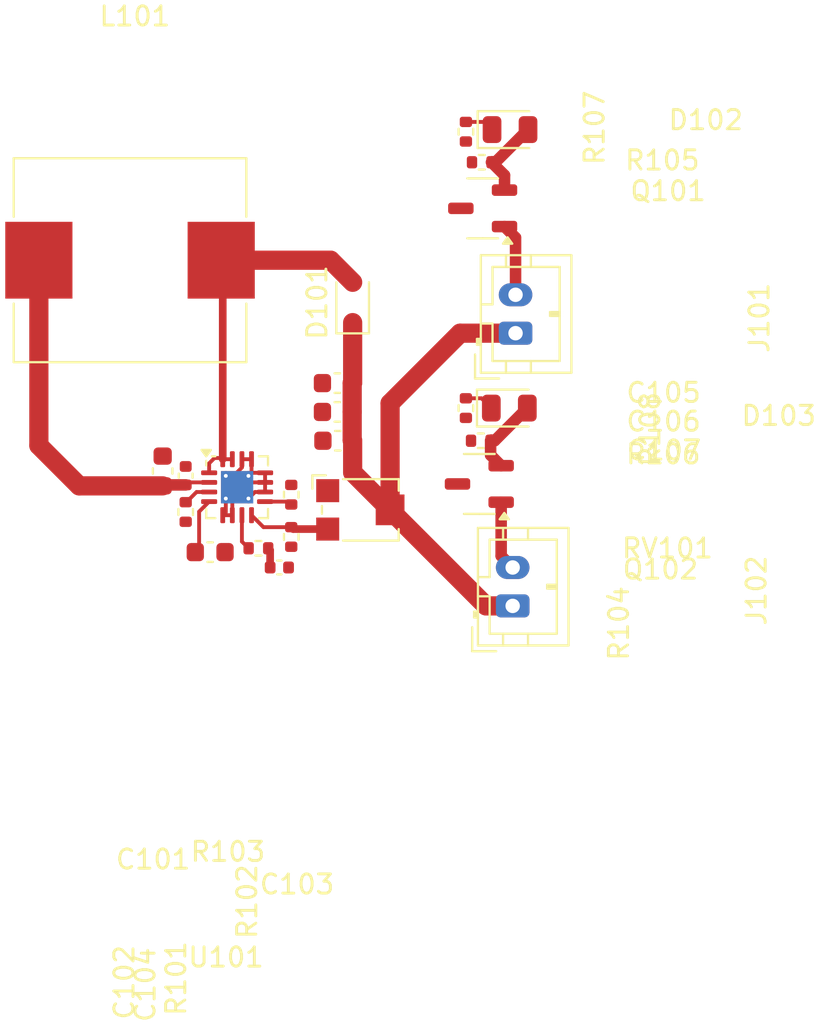
<source format=kicad_pcb>
(kicad_pcb (version 20240108) (generator "pcbnew") (generator_version "8.0")
  (layers (0 "F.Cu" signal) (31 "B.Cu" signal) (34 "B.Paste" user) (35 "F.Paste" user) (36 "B.SilkS" user "B.Silkscreen") (37 "F.SilkS" user "F.Silkscreen") (38 "B.Mask" user) (39 "F.Mask" user) (44 "Edge.Cuts" user))
  (net 0 "")
  (net 1 "GND")
  (net 2 "Net-(U101-SS)")
  (net 3 "/RCS_VIN")
  (net 4 "Net-(C103-Pad1)")
  (net 5 "Net-(D101-K)")
  (net 6 "Net-(D101-A)")
  (net 7 "Net-(D102-K)")
  (net 8 "/valve1")
  (net 9 "Net-(D103-K)")
  (net 10 "/valve2")
  (net 11 "Net-(J101-Pin_2)")
  (net 12 "Net-(J102-Pin_2)")
  (net 13 "/RCS_EN")
  (net 14 "Net-(U101-FREQ)")
  (net 15 "Net-(U101-COMP)")
  (net 16 "Net-(U101-FB)")
  (footprint "Package_DFN_QFN:WQFN-16-1EP_3x3mm_P0.5mm_EP1.68x1.68mm_ThermalVias" (layer "F.Cu") (at 178.98 93.82)
    (property "Reference" "U101" (at -0.58 24.48 0) (layer "F.SilkS"))
    (property "Value" "~")
    (fp_line (start -1.61 -1.135) (end -1.61 -1.37) (stroke (width 0.12)) (layer "F.SilkS"))
    (fp_line (start -1.61 1.61) (end -1.61 1.135) (stroke (width 0.12)) (layer "F.SilkS"))
    (fp_line (start -1.135 -1.61) (end -1.31 -1.61) (stroke (width 0.12)) (layer "F.SilkS"))
    (fp_line (start -1.135 1.61) (end -1.61 1.61) (stroke (width 0.12)) (layer "F.SilkS"))
    (fp_line (start 1.135 -1.61) (end 1.61 -1.61) (stroke (width 0.12)) (layer "F.SilkS"))
    (fp_line (start 1.135 1.61) (end 1.61 1.61) (stroke (width 0.12)) (layer "F.SilkS"))
    (fp_line (start 1.61 -1.61) (end 1.61 -1.135) (stroke (width 0.12)) (layer "F.SilkS"))
    (fp_line (start 1.61 1.61) (end 1.61 1.135) (stroke (width 0.12)) (layer "F.SilkS"))
    (fp_poly (pts (xy -1.61 -1.61) (xy -1.85 -1.94) (xy -1.37 -1.94) (xy -1.61 -1.61)) (stroke (width 0.12)) (fill solid) (layer "F.SilkS"))
    (pad "1" smd roundrect (at -1.4575 -0.75) (size 0.835 0.25) (layers "F.Cu" "F.Paste" "F.Mask") (net 6 "Net-(D101-A)"))
    (pad "2" smd roundrect (at -1.4575 -0.25) (size 0.835 0.25) (layers "F.Cu" "F.Paste" "F.Mask") (net 3 "/RCS_VIN"))
    (pad "3" smd roundrect (at -1.4575 0.25) (size 0.835 0.25) (layers "F.Cu" "F.Paste" "F.Mask") (net 13 "/RCS_EN"))
    (pad "4" smd roundrect (at -1.4575 0.75) (size 0.835 0.25) (layers "F.Cu" "F.Paste" "F.Mask") (net 2 "Net-(U101-SS)"))
    (pad "5" smd roundrect (at -0.75 1.4575) (size 0.25 0.835) (layers "F.Cu" "F.Paste" "F.Mask") (net 1 "GND"))
    (pad "6" smd roundrect (at -0.25 1.4575) (size 0.25 0.835) (layers "F.Cu" "F.Paste" "F.Mask") (net 1 "GND"))
    (pad "7" smd roundrect (at 0.25 1.4575) (size 0.25 0.835) (layers "F.Cu" "F.Paste" "F.Mask") (net 15 "Net-(U101-COMP)"))
    (pad "8" smd roundrect (at 0.75 1.4575) (size 0.25 0.835) (layers "F.Cu" "F.Paste" "F.Mask") (net 16 "Net-(U101-FB)"))
    (pad "9" smd roundrect (at 1.4575 0.75) (size 0.835 0.25) (layers "F.Cu" "F.Paste" "F.Mask") (net 14 "Net-(U101-FREQ)"))
    (pad "10" smd roundrect (at 1.4575 0.25) (size 0.835 0.25) (layers "F.Cu" "F.Paste" "F.Mask") (net 1 "GND"))
    (pad "11" smd roundrect (at 1.4575 -0.25) (size 0.835 0.25) (layers "F.Cu" "F.Paste" "F.Mask") (net 1 "GND"))
    (pad "12" smd roundrect (at 1.4575 -0.75) (size 0.835 0.25) (layers "F.Cu" "F.Paste" "F.Mask") (net 1 "GND"))
    (pad "13" smd roundrect (at 0.75 -1.4575) (size 0.25 0.835) (layers "F.Cu" "F.Paste" "F.Mask") (net 1 "GND"))
    (pad "14" smd roundrect (at 0.25 -1.4575) (size 0.25 0.835) (layers "F.Cu" "F.Paste" "F.Mask") (net 1 "GND"))
    (pad "15" smd roundrect (at -0.25 -1.4575) (size 0.25 0.835) (layers "F.Cu" "F.Paste" "F.Mask") (net 6 "Net-(D101-A)"))
    (pad "16" smd roundrect (at -0.75 -1.4575) (size 0.25 0.835) (layers "F.Cu" "F.Paste" "F.Mask") (net 6 "Net-(D101-A)"))
    (pad "17" thru_hole circle (at -0.59 -0.59) (size 0.5 0.5) (drill 0.2) (property pad_prop_heatsink) (layers "*.Cu") (net 1 "GND"))
    (pad "17" thru_hole circle (at -0.59 0.59) (size 0.5 0.5) (drill 0.2) (property pad_prop_heatsink) (layers "*.Cu") (net 1 "GND"))
    (pad "17" smd rect (at 0 0) (size 1.68 1.68) (property pad_prop_heatsink) (layers "F.Cu" "F.Mask") (net 1 "GND"))
    (pad "17" smd rect (at 0 0) (size 1.68 1.68) (property pad_prop_heatsink) (layers "B.Cu") (net 1 "GND"))
    (pad "17" thru_hole circle (at 0.59 -0.59) (size 0.5 0.5) (drill 0.2) (property pad_prop_heatsink) (layers "*.Cu") (net 1 "GND"))
    (pad "17" thru_hole circle (at 0.59 0.59) (size 0.5 0.5) (drill 0.2) (property pad_prop_heatsink) (layers "*.Cu") (net 1 "GND"))
  )
  (footprint "Capacitor_SMD:C_0603_1608Metric" (layer "F.Cu") (at 175.1 92.975 90)
    (property "Reference" "C102" (at -26.625 -2 90) (layer "F.SilkS"))
    (property "Value" "10uF")
    (fp_line (start -0.14058 -0.51) (end 0.14058 -0.51) (stroke (width 0.12)) (layer "F.SilkS"))
    (fp_line (start -0.14058 0.51) (end 0.14058 0.51) (stroke (width 0.12)) (layer "F.SilkS"))
    (pad "1" smd roundrect (at -0.775 0 90) (size 0.9 0.95) (layers "F.Cu" "F.Paste" "F.Mask") (net 3 "/RCS_VIN"))
    (pad "2" smd roundrect (at 0.775 0 90) (size 0.9 0.95) (layers "F.Cu" "F.Paste" "F.Mask") (net 1 "GND"))
  )
  (footprint "Resistor_SMD:R_0402_1005Metric" (layer "F.Cu") (at 191.6775 91.4 180)
    (property "Reference" "R106" (at -9.51 -0.7 0) (layer "F.SilkS"))
    (property "Value" "100k")
    (fp_line (start -0.153641 0.38) (end 0.153641 0.38) (stroke (width 0.12)) (layer "F.SilkS"))
    (fp_line (start -0.153641 -0.38) (end 0.153641 -0.38) (stroke (width 0.12)) (layer "F.SilkS"))
    (pad "1" smd roundrect (at -0.51 0 180) (size 0.54 0.64) (layers "F.Cu" "F.Paste" "F.Mask") (net 10 "/valve2"))
    (pad "2" smd roundrect (at 0.51 0 180) (size 0.54 0.64) (layers "F.Cu" "F.Paste" "F.Mask") (net 1 "GND"))
  )
  (footprint "Inductor_SMD:L_Chilisin_BMRF00101040" (layer "F.Cu") (at 173.4 82)
    (property "Reference" "L101" (at 0.25 -12.7 0) (layer "F.SilkS"))
    (property "Value" "10uH")
    (fp_line (start -6.06 -5.31) (end -6.06 -2.26) (stroke (width 0.12)) (layer "F.SilkS"))
    (fp_line (start -6.06 -5.31) (end 6.06 -5.31) (stroke (width 0.12)) (layer "F.SilkS"))
    (fp_line (start -6.06 5.31) (end -6.06 2.26) (stroke (width 0.12)) (layer "F.SilkS"))
    (fp_line (start -6.06 5.31) (end 6.06 5.31) (stroke (width 0.12)) (layer "F.SilkS"))
    (fp_line (start 6.06 -5.31) (end 6.06 -2.26) (stroke (width 0.12)) (layer "F.SilkS"))
    (fp_line (start 6.06 5.31) (end 6.06 2.26) (stroke (width 0.12)) (layer "F.SilkS"))
    (pad "1" smd rect (at -4.75 0) (size 3.5 4) (layers "F.Cu" "F.Paste" "F.Mask") (net 3 "/RCS_VIN"))
    (pad "2" smd rect (at 4.75 0) (size 3.5 4) (layers "F.Cu" "F.Paste" "F.Mask") (net 6 "Net-(D101-A)"))
  )
  (footprint "Package_TO_SOT_SMD:SOT-23-3" (layer "F.Cu") (at 191.6 93.65 180)
    (property "Reference" "Q102" (at -9.4375 -4.45 0) (layer "F.SilkS"))
    (property "Value" "NMOS")
    (fp_line (start 0 1.56) (end 0.8 1.56) (stroke (width 0.12)) (layer "F.SilkS"))
    (fp_line (start 0 1.56) (end -0.8 1.56) (stroke (width 0.12)) (layer "F.SilkS"))
    (fp_line (start 0 -1.56) (end 0.8 -1.56) (stroke (width 0.12)) (layer "F.SilkS"))
    (fp_line (start 0 -1.56) (end -0.8 -1.56) (stroke (width 0.12)) (layer "F.SilkS"))
    (fp_poly (pts (xy -1.3 -1.51) (xy -1.54 -1.84) (xy -1.06 -1.84) (xy -1.3 -1.51)) (stroke (width 0.12)) (fill solid) (layer "F.SilkS"))
    (pad "1" smd roundrect (at -1.1375 -0.95 180) (size 1.325 0.6) (layers "F.Cu" "F.Paste" "F.Mask") (net 12 "Net-(J102-Pin_2)"))
    (pad "2" smd roundrect (at -1.1375 0.95 180) (size 1.325 0.6) (layers "F.Cu" "F.Paste" "F.Mask") (net 10 "/valve2"))
    (pad "3" smd roundrect (at 1.1375 0 180) (size 1.325 0.6) (layers "F.Cu" "F.Paste" "F.Mask") (net 1 "GND"))
  )
  (footprint "Resistor_SMD:R_0402_1005Metric" (layer "F.Cu") (at 176.3 95.11 -90)
    (property "Reference" "R101" (at 24.29 0.5 90) (layer "F.SilkS"))
    (property "Value" "100k")
    (fp_line (start -0.153641 0.38) (end 0.153641 0.38) (stroke (width 0.12)) (layer "F.SilkS"))
    (fp_line (start -0.153641 -0.38) (end 0.153641 -0.38) (stroke (width 0.12)) (layer "F.SilkS"))
    (pad "1" smd roundrect (at -0.51 0 270) (size 0.54 0.64) (layers "F.Cu" "F.Paste" "F.Mask") (net 13 "/RCS_EN"))
    (pad "2" smd roundrect (at 0.51 0 270) (size 0.54 0.64) (layers "F.Cu" "F.Paste" "F.Mask") (net 1 "GND"))
  )
  (footprint "Resistor_SMD:R_0402_1005Metric" (layer "F.Cu") (at 190.9 89.7 -90)
    (property "Reference" "R108" (at 1.1 -9.6 90) (layer "F.SilkS"))
    (property "Value" "1k")
    (fp_line (start -0.153641 0.38) (end 0.153641 0.38) (stroke (width 0.12)) (layer "F.SilkS"))
    (fp_line (start -0.153641 -0.38) (end 0.153641 -0.38) (stroke (width 0.12)) (layer "F.SilkS"))
    (pad "1" smd roundrect (at -0.51 0 270) (size 0.54 0.64) (layers "F.Cu" "F.Paste" "F.Mask") (net 9 "Net-(D103-K)"))
    (pad "2" smd roundrect (at 0.51 0 270) (size 0.54 0.64) (layers "F.Cu" "F.Paste" "F.Mask") (net 1 "GND"))
  )
  (footprint "Diode_SMD:D_0805_2012Metric" (layer "F.Cu") (at 193.2 75.2)
    (property "Reference" "D102" (at 10.2 -0.5 0) (layer "F.SilkS"))
    (property "Value" "Valve")
    (fp_line (start -1.685 -0.96) (end -1.685 0.96) (stroke (width 0.12)) (layer "F.SilkS"))
    (fp_line (start -1.685 0.96) (end 1 0.96) (stroke (width 0.12)) (layer "F.SilkS"))
    (fp_line (start 1 -0.96) (end -1.685 -0.96) (stroke (width 0.12)) (layer "F.SilkS"))
    (pad "1" smd roundrect (at -0.9375 0) (size 0.975 1.4) (layers "F.Cu" "F.Paste" "F.Mask") (net 7 "Net-(D102-K)"))
    (pad "2" smd roundrect (at 0.9375 0) (size 0.975 1.4) (layers "F.Cu" "F.Paste" "F.Mask") (net 8 "/valve1"))
  )
  (footprint "Diode_SMD:D_SOD-323" (layer "F.Cu") (at 185 84.2 90)
    (property "Reference" "D101" (at 0 -1.85 90) (layer "F.SilkS"))
    (property "Value" "D")
    (fp_line (start -1.61 -0.85) (end 1.05 -0.85) (stroke (width 0.12)) (layer "F.SilkS"))
    (fp_line (start -1.61 -0.85) (end -1.61 0.85) (stroke (width 0.12)) (layer "F.SilkS"))
    (fp_line (start -1.61 0.85) (end 1.05 0.85) (stroke (width 0.12)) (layer "F.SilkS"))
    (pad "1" smd roundrect (at -1.05 0 90) (size 0.6 0.45) (layers "F.Cu" "F.Paste" "F.Mask") (net 5 "Net-(D101-K)"))
    (pad "2" smd roundrect (at 1.05 0 90) (size 0.6 0.45) (layers "F.Cu" "F.Paste" "F.Mask") (net 6 "Net-(D101-A)"))
  )
  (footprint "Package_TO_SOT_SMD:SOT-23-3" (layer "F.Cu") (at 191.775 79.3 180)
    (property "Reference" "Q101" (at -9.6625 0.9 0) (layer "F.SilkS"))
    (property "Value" "NMOS")
    (fp_line (start 0 1.56) (end 0.8 1.56) (stroke (width 0.12)) (layer "F.SilkS"))
    (fp_line (start 0 1.56) (end -0.8 1.56) (stroke (width 0.12)) (layer "F.SilkS"))
    (fp_line (start 0 -1.56) (end 0.8 -1.56) (stroke (width 0.12)) (layer "F.SilkS"))
    (fp_line (start 0 -1.56) (end -0.8 -1.56) (stroke (width 0.12)) (layer "F.SilkS"))
    (fp_poly (pts (xy -1.3 -1.51) (xy -1.54 -1.84) (xy -1.06 -1.84) (xy -1.3 -1.51)) (stroke (width 0.12)) (fill solid) (layer "F.SilkS"))
    (pad "1" smd roundrect (at -1.1375 -0.95 180) (size 1.325 0.6) (layers "F.Cu" "F.Paste" "F.Mask") (net 11 "Net-(J101-Pin_2)"))
    (pad "2" smd roundrect (at -1.1375 0.95 180) (size 1.325 0.6) (layers "F.Cu" "F.Paste" "F.Mask") (net 8 "/valve1"))
    (pad "3" smd roundrect (at 1.1375 0 180) (size 1.325 0.6) (layers "F.Cu" "F.Paste" "F.Mask") (net 1 "GND"))
  )
  (footprint "Capacitor_SMD:C_0603_1608Metric" (layer "F.Cu") (at 184.2 88.4 180)
    (property "Reference" "C105" (at -17 -0.5 0) (layer "F.SilkS"))
    (property "Value" "4.7uF")
    (fp_line (start -0.14058 0.51) (end 0.14058 0.51) (stroke (width 0.12)) (layer "F.SilkS"))
    (fp_line (start -0.14058 -0.51) (end 0.14058 -0.51) (stroke (width 0.12)) (layer "F.SilkS"))
    (pad "1" smd roundrect (at -0.775 0 180) (size 0.9 0.95) (layers "F.Cu" "F.Paste" "F.Mask") (net 5 "Net-(D101-K)"))
    (pad "2" smd roundrect (at 0.775 0 180) (size 0.9 0.95) (layers "F.Cu" "F.Paste" "F.Mask") (net 1 "GND"))
  )
  (footprint "Capacitor_SMD:C_0603_1608Metric" (layer "F.Cu") (at 177.575 97.2)
    (property "Reference" "C101" (at -2.975 16 0) (layer "F.SilkS"))
    (property "Value" "47nF")
    (fp_line (start -0.14058 -0.51) (end 0.14058 -0.51) (stroke (width 0.12)) (layer "F.SilkS"))
    (fp_line (start -0.14058 0.51) (end 0.14058 0.51) (stroke (width 0.12)) (layer "F.SilkS"))
    (pad "1" smd roundrect (at -0.775 0) (size 0.9 0.95) (layers "F.Cu" "F.Paste" "F.Mask") (net 2 "Net-(U101-SS)"))
    (pad "2" smd roundrect (at 0.775 0) (size 0.9 0.95) (layers "F.Cu" "F.Paste" "F.Mask") (net 1 "GND"))
  )
  (footprint "Capacitor_SMD:C_0402_1005Metric" (layer "F.Cu") (at 176.3 93.22 90)
    (property "Reference" "C104" (at -26.505 -2.1 90) (layer "F.SilkS"))
    (property "Value" "0.1uF")
    (fp_line (start -0.107836 -0.36) (end 0.107836 -0.36) (stroke (width 0.12)) (layer "F.SilkS"))
    (fp_line (start -0.107836 0.36) (end 0.107836 0.36) (stroke (width 0.12)) (layer "F.SilkS"))
    (pad "1" smd roundrect (at -0.48 0 90) (size 0.56 0.62) (layers "F.Cu" "F.Paste" "F.Mask") (net 3 "/RCS_VIN"))
    (pad "2" smd roundrect (at 0.48 0 90) (size 0.56 0.62) (layers "F.Cu" "F.Paste" "F.Mask") (net 1 "GND"))
  )
  (footprint "Resistor_SMD:R_0402_1005Metric" (layer "F.Cu") (at 181.8 96.41 -90)
    (property "Reference" "R104" (at 4.5 -17.07 90) (layer "F.SilkS"))
    (property "Value" "1k")
    (fp_line (start -0.153641 0.38) (end 0.153641 0.38) (stroke (width 0.12)) (layer "F.SilkS"))
    (fp_line (start -0.153641 -0.38) (end 0.153641 -0.38) (stroke (width 0.12)) (layer "F.SilkS"))
    (pad "1" smd roundrect (at -0.51 0 270) (size 0.54 0.64) (layers "F.Cu" "F.Paste" "F.Mask") (net 16 "Net-(U101-FB)"))
    (pad "2" smd roundrect (at 0.51 0 270) (size 0.54 0.64) (layers "F.Cu" "F.Paste" "F.Mask") (net 1 "GND"))
  )
  (footprint "Potentiometer_SMD:Potentiometer_Bourns_TC33X_Vertical" (layer "F.Cu") (at 185.5 95)
    (property "Reference" "RV101" (at 15.9 2 0) (layer "F.SilkS"))
    (property "Value" "20k")
    (fp_line (start -2.6 -1.8) (end -2.6 -1.1) (stroke (width 0.12)) (layer "F.SilkS"))
    (fp_line (start -2.1 -0.2) (end -2.1 0.2) (stroke (width 0.12)) (layer "F.SilkS"))
    (fp_line (start -1.9 -1.8) (end -2.6 -1.8) (stroke (width 0.12)) (layer "F.SilkS"))
    (fp_line (start -1 -1.6) (end 1.9 -1.6) (stroke (width 0.12)) (layer "F.SilkS"))
    (fp_line (start -1 1.6) (end 1.9 1.6) (stroke (width 0.12)) (layer "F.SilkS"))
    (fp_line (start 1.9 -1.6) (end 1.9 -1) (stroke (width 0.12)) (layer "F.SilkS"))
    (fp_line (start 1.9 1.6) (end 1.9 1) (stroke (width 0.12)) (layer "F.SilkS"))
    (pad "1" smd rect (at -1.8 -1) (size 1.2 1.2) (layers "F.Cu" "F.Paste" "F.Mask"))
    (pad "2" smd rect (at 1.45 0) (size 1.5 1.6) (layers "F.Cu" "F.Paste" "F.Mask") (net 5 "Net-(D101-K)"))
    (pad "3" smd rect (at -1.8 1) (size 1.2 1.2) (layers "F.Cu" "F.Paste" "F.Mask") (net 16 "Net-(U101-FB)"))
  )
  (footprint "Resistor_SMD:R_0402_1005Metric" (layer "F.Cu") (at 180.09 97)
    (property "Reference" "R103" (at -1.59 15.8 0) (layer "F.SilkS"))
    (property "Value" "2.2k")
    (fp_line (start -0.153641 -0.38) (end 0.153641 -0.38) (stroke (width 0.12)) (layer "F.SilkS"))
    (fp_line (start -0.153641 0.38) (end 0.153641 0.38) (stroke (width 0.12)) (layer "F.SilkS"))
    (pad "1" smd roundrect (at -0.51 0) (size 0.54 0.64) (layers "F.Cu" "F.Paste" "F.Mask") (net 15 "Net-(U101-COMP)"))
    (pad "2" smd roundrect (at 0.51 0) (size 0.54 0.64) (layers "F.Cu" "F.Paste" "F.Mask") (net 4 "Net-(C103-Pad1)"))
  )
  (footprint "Resistor_SMD:R_0402_1005Metric" (layer "F.Cu") (at 181.8 94.21 90)
    (property "Reference" "R102" (at -21.19 -2.3 90) (layer "F.SilkS"))
    (property "Value" "100k")
    (fp_line (start -0.153641 -0.38) (end 0.153641 -0.38) (stroke (width 0.12)) (layer "F.SilkS"))
    (fp_line (start -0.153641 0.38) (end 0.153641 0.38) (stroke (width 0.12)) (layer "F.SilkS"))
    (pad "1" smd roundrect (at -0.51 0 90) (size 0.54 0.64) (layers "F.Cu" "F.Paste" "F.Mask") (net 14 "Net-(U101-FREQ)"))
    (pad "2" smd roundrect (at 0.51 0 90) (size 0.54 0.64) (layers "F.Cu" "F.Paste" "F.Mask") (net 1 "GND"))
  )
  (footprint "Connector_JST:JST_PH_B2B-PH-K_1x02_P2.00mm_Vertical" (layer "F.Cu") (at 193.3375 100 90)
    (property "Reference" "J102" (at 0.8 12.7 90) (layer "F.SilkS"))
    (property "Value" "Conn_01x02")
    (fp_line (start -1.11 -2.11) (end -2.36 -2.11) (stroke (width 0.12)) (layer "F.SilkS"))
    (fp_line (start -2.36 -2.11) (end -2.36 -0.86) (stroke (width 0.12)) (layer "F.SilkS"))
    (fp_line (start -0.3 -2.01) (end -0.6 -2.01) (stroke (width 0.12)) (layer "F.SilkS"))
    (fp_line (start -0.6 -2.01) (end -0.6 -1.81) (stroke (width 0.12)) (layer "F.SilkS"))
    (fp_line (start -0.3 -1.91) (end -0.6 -1.91) (stroke (width 0.12)) (layer "F.SilkS"))
    (fp_line (start 4.06 -1.81) (end -2.06 -1.81) (stroke (width 0.12)) (layer "F.SilkS"))
    (fp_line (start 0.5 -1.81) (end 0.5 -1.2) (stroke (width 0.12)) (layer "F.SilkS"))
    (fp_line (start -0.3 -1.81) (end -0.3 -2.01) (stroke (width 0.12)) (layer "F.SilkS"))
    (fp_line (start -2.06 -1.81) (end -2.06 2.91) (stroke (width 0.12)) (layer "F.SilkS"))
    (fp_line (start 3.45 -1.2) (end 1.5 -1.2) (stroke (width 0.12)) (layer "F.SilkS"))
    (fp_line (start 1.5 -1.2) (end 1.5 -1.81) (stroke (width 0.12)) (layer "F.SilkS"))
    (fp_line (start 0.5 -1.2) (end -1.45 -1.2) (stroke (width 0.12)) (layer "F.SilkS"))
    (fp_line (start -1.45 -1.2) (end -1.45 2.3) (stroke (width 0.12)) (layer "F.SilkS"))
    (fp_line (start 4.06 -0.5) (end 3.45 -0.5) (stroke (width 0.12)) (layer "F.SilkS"))
    (fp_line (start -2.06 -0.5) (end -1.45 -0.5) (stroke (width 0.12)) (layer "F.SilkS"))
    (fp_line (start 4.06 0.8) (end 3.45 0.8) (stroke (width 0.12)) (layer "F.SilkS"))
    (fp_line (start -2.06 0.8) (end -1.45 0.8) (stroke (width 0.12)) (layer "F.SilkS"))
    (fp_line (start 1.1 1.8) (end 1.1 2.3) (stroke (width 0.12)) (layer "F.SilkS"))
    (fp_line (start 0.9 1.8) (end 1.1 1.8) (stroke (width 0.12)) (layer "F.SilkS"))
    (fp_line (start 3.45 2.3) (end 3.45 -1.2) (stroke (width 0.12)) (layer "F.SilkS"))
    (fp_line (start 1 2.3) (end 1 1.8) (stroke (width 0.12)) (layer "F.SilkS"))
    (fp_line (start 0.9 2.3) (end 0.9 1.8) (stroke (width 0.12)) (layer "F.SilkS"))
    (fp_line (start -1.45 2.3) (end 3.45 2.3) (stroke (width 0.12)) (layer "F.SilkS"))
    (fp_line (start 4.06 2.91) (end 4.06 -1.81) (stroke (width 0.12)) (layer "F.SilkS"))
    (fp_line (start -2.06 2.91) (end 4.06 2.91) (stroke (width 0.12)) (layer "F.SilkS"))
    (pad "1" thru_hole roundrect (at 0 0 90) (size 1.2 1.75) (drill 0.75) (layers "*.Cu" "*.Mask") (roundrect_rratio 0.208333) (net 5 "Net-(D101-K)"))
    (pad "2" thru_hole oval (at 2 0 90) (size 1.2 1.75) (drill 0.75) (layers "*.Cu" "*.Mask") (net 12 "Net-(J102-Pin_2)"))
  )
  (footprint "Capacitor_SMD:C_0603_1608Metric" (layer "F.Cu") (at 184.225 91.4 180)
    (property "Reference" "C107" (at -17 -0.5 0) (layer "F.SilkS"))
    (property "Value" "4.7uF")
    (fp_line (start -0.14058 0.51) (end 0.14058 0.51) (stroke (width 0.12)) (layer "F.SilkS"))
    (fp_line (start -0.14058 -0.51) (end 0.14058 -0.51) (stroke (width 0.12)) (layer "F.SilkS"))
    (pad "1" smd roundrect (at -0.775 0 180) (size 0.9 0.95) (layers "F.Cu" "F.Paste" "F.Mask") (net 5 "Net-(D101-K)"))
    (pad "2" smd roundrect (at 0.775 0 180) (size 0.9 0.95) (layers "F.Cu" "F.Paste" "F.Mask") (net 1 "GND"))
  )
  (footprint "Connector_JST:JST_PH_B2B-PH-K_1x02_P2.00mm_Vertical" (layer "F.Cu") (at 193.4875 85.8 90)
    (property "Reference" "J101" (at 0.8 12.7 90) (layer "F.SilkS"))
    (property "Value" "Conn_01x02")
    (fp_line (start -1.11 -2.11) (end -2.36 -2.11) (stroke (width 0.12)) (layer "F.SilkS"))
    (fp_line (start -2.36 -2.11) (end -2.36 -0.86) (stroke (width 0.12)) (layer "F.SilkS"))
    (fp_line (start -0.3 -2.01) (end -0.6 -2.01) (stroke (width 0.12)) (layer "F.SilkS"))
    (fp_line (start -0.6 -2.01) (end -0.6 -1.81) (stroke (width 0.12)) (layer "F.SilkS"))
    (fp_line (start -0.3 -1.91) (end -0.6 -1.91) (stroke (width 0.12)) (layer "F.SilkS"))
    (fp_line (start 4.06 -1.81) (end -2.06 -1.81) (stroke (width 0.12)) (layer "F.SilkS"))
    (fp_line (start 0.5 -1.81) (end 0.5 -1.2) (stroke (width 0.12)) (layer "F.SilkS"))
    (fp_line (start -0.3 -1.81) (end -0.3 -2.01) (stroke (width 0.12)) (layer "F.SilkS"))
    (fp_line (start -2.06 -1.81) (end -2.06 2.91) (stroke (width 0.12)) (layer "F.SilkS"))
    (fp_line (start 3.45 -1.2) (end 1.5 -1.2) (stroke (width 0.12)) (layer "F.SilkS"))
    (fp_line (start 1.5 -1.2) (end 1.5 -1.81) (stroke (width 0.12)) (layer "F.SilkS"))
    (fp_line (start 0.5 -1.2) (end -1.45 -1.2) (stroke (width 0.12)) (layer "F.SilkS"))
    (fp_line (start -1.45 -1.2) (end -1.45 2.3) (stroke (width 0.12)) (layer "F.SilkS"))
    (fp_line (start 4.06 -0.5) (end 3.45 -0.5) (stroke (width 0.12)) (layer "F.SilkS"))
    (fp_line (start -2.06 -0.5) (end -1.45 -0.5) (stroke (width 0.12)) (layer "F.SilkS"))
    (fp_line (start 4.06 0.8) (end 3.45 0.8) (stroke (width 0.12)) (layer "F.SilkS"))
    (fp_line (start -2.06 0.8) (end -1.45 0.8) (stroke (width 0.12)) (layer "F.SilkS"))
    (fp_line (start 1.1 1.8) (end 1.1 2.3) (stroke (width 0.12)) (layer "F.SilkS"))
    (fp_line (start 0.9 1.8) (end 1.1 1.8) (stroke (width 0.12)) (layer "F.SilkS"))
    (fp_line (start 3.45 2.3) (end 3.45 -1.2) (stroke (width 0.12)) (layer "F.SilkS"))
    (fp_line (start 1 2.3) (end 1 1.8) (stroke (width 0.12)) (layer "F.SilkS"))
    (fp_line (start 0.9 2.3) (end 0.9 1.8) (stroke (width 0.12)) (layer "F.SilkS"))
    (fp_line (start -1.45 2.3) (end 3.45 2.3) (stroke (width 0.12)) (layer "F.SilkS"))
    (fp_line (start 4.06 2.91) (end 4.06 -1.81) (stroke (width 0.12)) (layer "F.SilkS"))
    (fp_line (start -2.06 2.91) (end 4.06 2.91) (stroke (width 0.12)) (layer "F.SilkS"))
    (pad "1" thru_hole roundrect (at 0 0 90) (size 1.2 1.75) (drill 0.75) (layers "*.Cu" "*.Mask") (roundrect_rratio 0.208333) (net 5 "Net-(D101-K)"))
    (pad "2" thru_hole oval (at 2 0 90) (size 1.2 1.75) (drill 0.75) (layers "*.Cu" "*.Mask") (net 11 "Net-(J101-Pin_2)"))
  )
  (footprint "Capacitor_SMD:C_0603_1608Metric" (layer "F.Cu") (at 184.2 89.9 180)
    (property "Reference" "C106" (at -17 -0.5 0) (layer "F.SilkS"))
    (property "Value" "4.7uF")
    (fp_line (start -0.14058 0.51) (end 0.14058 0.51) (stroke (width 0.12)) (layer "F.SilkS"))
    (fp_line (start -0.14058 -0.51) (end 0.14058 -0.51) (stroke (width 0.12)) (layer "F.SilkS"))
    (pad "1" smd roundrect (at -0.775 0 180) (size 0.9 0.95) (layers "F.Cu" "F.Paste" "F.Mask") (net 5 "Net-(D101-K)"))
    (pad "2" smd roundrect (at 0.775 0 180) (size 0.9 0.95) (layers "F.Cu" "F.Paste" "F.Mask") (net 1 "GND"))
  )
  (footprint "Capacitor_SMD:C_0402_1005Metric" (layer "F.Cu") (at 181.18 98)
    (property "Reference" "C103" (at 0.92 16.5 0) (layer "F.SilkS"))
    (property "Value" "0.1uF")
    (fp_line (start -0.107836 -0.36) (end 0.107836 -0.36) (stroke (width 0.12)) (layer "F.SilkS"))
    (fp_line (start -0.107836 0.36) (end 0.107836 0.36) (stroke (width 0.12)) (layer "F.SilkS"))
    (pad "1" smd roundrect (at -0.48 0) (size 0.56 0.62) (layers "F.Cu" "F.Paste" "F.Mask") (net 4 "Net-(C103-Pad1)"))
    (pad "2" smd roundrect (at 0.48 0) (size 0.56 0.62) (layers "F.Cu" "F.Paste" "F.Mask") (net 1 "GND"))
  )
  (footprint "Resistor_SMD:R_0402_1005Metric" (layer "F.Cu") (at 191.7275 76.9 180)
    (property "Reference" "R105" (at -9.41 0.1 0) (layer "F.SilkS"))
    (property "Value" "100k")
    (fp_line (start -0.153641 0.38) (end 0.153641 0.38) (stroke (width 0.12)) (layer "F.SilkS"))
    (fp_line (start -0.153641 -0.38) (end 0.153641 -0.38) (stroke (width 0.12)) (layer "F.SilkS"))
    (pad "1" smd roundrect (at -0.51 0 180) (size 0.54 0.64) (layers "F.Cu" "F.Paste" "F.Mask") (net 8 "/valve1"))
    (pad "2" smd roundrect (at 0.51 0 180) (size 0.54 0.64) (layers "F.Cu" "F.Paste" "F.Mask") (net 1 "GND"))
  )
  (footprint "Resistor_SMD:R_0402_1005Metric" (layer "F.Cu") (at 190.9 75.31 -90)
    (property "Reference" "R107" (at -0.21 -6.7 90) (layer "F.SilkS"))
    (property "Value" "1k")
    (fp_line (start -0.153641 0.38) (end 0.153641 0.38) (stroke (width 0.12)) (layer "F.SilkS"))
    (fp_line (start -0.153641 -0.38) (end 0.153641 -0.38) (stroke (width 0.12)) (layer "F.SilkS"))
    (pad "1" smd roundrect (at -0.51 0 270) (size 0.54 0.64) (layers "F.Cu" "F.Paste" "F.Mask") (net 7 "Net-(D102-K)"))
    (pad "2" smd roundrect (at 0.51 0 270) (size 0.54 0.64) (layers "F.Cu" "F.Paste" "F.Mask") (net 1 "GND"))
  )
  (footprint "Diode_SMD:D_0805_2012Metric" (layer "F.Cu") (at 193.1625 89.7)
    (property "Reference" "D103" (at 14.0375 0.4 0) (layer "F.SilkS"))
    (property "Value" "Valve")
    (fp_line (start -1.685 -0.96) (end -1.685 0.96) (stroke (width 0.12)) (layer "F.SilkS"))
    (fp_line (start -1.685 0.96) (end 1 0.96) (stroke (width 0.12)) (layer "F.SilkS"))
    (fp_line (start 1 -0.96) (end -1.685 -0.96) (stroke (width 0.12)) (layer "F.SilkS"))
    (pad "1" smd roundrect (at -0.9375 0) (size 0.975 1.4) (layers "F.Cu" "F.Paste" "F.Mask") (net 9 "Net-(D103-K)"))
    (pad "2" smd roundrect (at 0.9375 0) (size 0.975 1.4) (layers "F.Cu" "F.Paste" "F.Mask") (net 10 "/valve2"))
  )
  (segment (start 178.73 95.2775) (end 178.73 94.07) (width 0.2) (layer "F.Cu") (net 1))
  (segment (start 179.23 92.3625) (end 179.73 92.3625) (width 0.2) (layer "F.Cu") (net 1))
  (segment (start 179.73 92.3625) (end 179.73 93.07) (width 0.2) (layer "F.Cu") (net 1))
  (segment (start 180.4375 93.57) (end 179.23 93.57) (width 0.2) (layer "F.Cu") (net 1))
  (segment (start 180.4375 94.07) (end 179.91 94.07) (width 0.2) (layer "F.Cu") (net 1))
  (segment (start 179.23 92.794386) (end 178.794386 93.23) (width 0.2) (layer "F.Cu") (net 1))
  (segment (start 178.794386 93.23) (end 178.39 93.23) (width 0.2) (layer "F.Cu") (net 1))
  (segment (start 179.23 93.57) (end 178.98 93.82) (width 0.2) (layer "F.Cu") (net 1))
  (segment (start 178.39 95.1175) (end 178.39 94.41) (width 0.2) (layer "F.Cu") (net 1))
  (segment (start 179.91 94.07) (end 179.57 94.41) (width 0.2) (layer "F.Cu") (net 1))
  (segment (start 178.23 95.2775) (end 178.39 95.1175) (width 0.2) (layer "F.Cu") (net 1))
  (segment (start 178.23 95.2775) (end 178.73 95.2775) (width 0.2) (layer "F.Cu") (net 1))
  (segment (start 178.73 94.07) (end 178.98 93.82) (width 0.2) (layer "F.Cu") (net 1))
  (segment (start 179.73 93.07) (end 179.57 93.23) (width 0.2) (layer "F.Cu") (net 1))
  (segment (start 179.23 92.3625) (end 179.23 92.794386) (width 0.2) (layer "F.Cu") (net 1))
  (segment (start 180.4375 93.07) (end 179.73 93.07) (width 0.2) (layer "F.Cu") (net 1))
  (segment (start 180.4375 93.07) (end 180.4375 94.07) (width 0.2) (layer "F.Cu") (net 1))
  (segment (start 176.8 97.2) (end 177 97) (width 0.2) (layer "F.Cu") (net 2))
  (segment (start 177 97) (end 177 95.0925) (width 0.2) (layer "F.Cu") (net 2))
  (segment (start 177 95.0925) (end 177.5225 94.57) (width 0.2) (layer "F.Cu") (net 2))
  (segment (start 168.65 91.65) (end 170.75 93.75) (width 1) (layer "F.Cu") (net 3))
  (segment (start 177.5225 93.57) (end 176.43 93.57) (width 0.2) (layer "F.Cu") (net 3))
  (segment (start 170.75 93.75) (end 175.1 93.75) (width 1) (layer "F.Cu") (net 3))
  (segment (start 176.3 93.7) (end 175.15 93.7) (width 0.6) (layer "F.Cu") (net 3))
  (segment (start 175.15 93.7) (end 175.1 93.75) (width 0.6) (layer "F.Cu") (net 3))
  (segment (start 168.65 82) (end 168.65 91.65) (width 1) (layer "F.Cu") (net 3))
  (segment (start 176.43 93.57) (end 176.3 93.7) (width 0.2) (layer "F.Cu") (net 3))
  (segment (start 180.7 97.1) (end 180.6 97) (width 0.4) (layer "F.Cu") (net 4))
  (segment (start 180.7 98) (end 180.7 97.1) (width 0.4) (layer "F.Cu") (net 4))
  (segment (start 185 93.05) (end 186.95 95) (width 1) (layer "F.Cu") (net 5))
  (segment (start 186.95 95) (end 186.95 89.45) (width 1) (layer "F.Cu") (net 5))
  (segment (start 190.6 85.8) (end 193.4875 85.8) (width 1) (layer "F.Cu") (net 5))
  (segment (start 185 88.375) (end 184.975 88.4) (width 1) (layer "F.Cu") (net 5))
  (segment (start 191.95 100) (end 193.3375 100) (width 1) (layer "F.Cu") (net 5))
  (segment (start 186.95 95) (end 191.95 100) (width 1) (layer "F.Cu") (net 5))
  (segment (start 186.95 89.45) (end 190.6 85.8) (width 1) (layer "F.Cu") (net 5))
  (segment (start 185 91.4) (end 185 93.05) (width 1) (layer "F.Cu") (net 5))
  (segment (start 185 85.25) (end 185 88.375) (width 1) (layer "F.Cu") (net 5))
  (segment (start 184.975 88.4) (end 184.975 89.9) (width 1) (layer "F.Cu") (net 5))
  (segment (start 184.975 91.375) (end 185 91.4) (width 1) (layer "F.Cu") (net 5))
  (segment (start 184.975 89.9) (end 184.975 91.375) (width 1) (layer "F.Cu") (net 5))
  (segment (start 178.15 82) (end 183.85 82) (width 1) (layer "F.Cu") (net 6))
  (segment (start 178.73 92.3625) (end 178.23 92.3625) (width 0.2) (layer "F.Cu") (net 6))
  (segment (start 178.23 92.3625) (end 178.23 82.08) (width 0.4) (layer "F.Cu") (net 6))
  (segment (start 178.23 82.08) (end 178.15 82) (width 0.4) (layer "F.Cu") (net 6))
  (segment (start 178.1675 92.3) (end 178.23 92.3625) (width 0.2) (layer "F.Cu") (net 6))
  (segment (start 183.85 82) (end 185 83.15) (width 1) (layer "F.Cu") (net 6))
  (segment (start 177.5225 93.07) (end 177.5225 92.5775) (width 0.2) (layer "F.Cu") (net 6))
  (segment (start 177.8 92.3) (end 178.1675 92.3) (width 0.2) (layer "F.Cu") (net 6))
  (segment (start 177.5225 92.5775) (end 177.8 92.3) (width 0.2) (layer "F.Cu") (net 6))
  (segment (start 191.8625 74.8) (end 192.2625 75.2) (width 0.2) (layer "F.Cu") (net 7))
  (segment (start 190.9 74.8) (end 191.8625 74.8) (width 0.2) (layer "F.Cu") (net 7))
  (segment (start 192.2625 76.875) (end 192.2375 76.9) (width 0.6) (layer "F.Cu") (net 8))
  (segment (start 192.4375 76.9) (end 194.1375 75.2) (width 0.6) (layer "F.Cu") (net 8))
  (segment (start 192.9125 78.35) (end 192.9125 77.575) (width 0.6) (layer "F.Cu") (net 8))
  (segment (start 192.2375 76.9) (end 192.4375 76.9) (width 0.6) (layer "F.Cu") (net 8))
  (segment (start 192.9125 77.575) (end 192.2375 76.9) (width 0.6) (layer "F.Cu") (net 8))
  (segment (start 190.9 89.19) (end 191.715 89.19) (width 0.2) (layer "F.Cu") (net 9))
  (segment (start 191.715 89.19) (end 192.225 89.7) (width 0.2) (layer "F.Cu") (net 9))
  (segment (start 192.1875 91.4) (end 192.1875 92.15) (width 0.6) (layer "F.Cu") (net 10))
  (segment (start 192.4 91.4) (end 194.1 89.7) (width 0.6) (layer "F.Cu") (net 10))
  (segment (start 192.1875 91.4) (end 192.4 91.4) (width 0.6) (layer "F.Cu") (net 10))
  (segment (start 192.1875 92.15) (end 192.7375 92.7) (width 0.6) (layer "F.Cu") (net 10))
  (segment (start 192.225 91.3625) (end 192.1875 91.4) (width 0.6) (layer "F.Cu") (net 10))
  (segment (start 193.4875 80.825) (end 192.9125 80.25) (width 0.6) (layer "F.Cu") (net 11))
  (segment (start 193.4875 83.8) (end 193.4875 80.825) (width 0.6) (layer "F.Cu") (net 11))
  (segment (start 192.7375 97.4) (end 193.3375 98) (width 0.6) (layer "F.Cu") (net 12))
  (segment (start 192.7375 94.6) (end 192.7375 97.4) (width 0.6) (layer "F.Cu") (net 12))
  (segment (start 176.866134 94.07) (end 176.336134 94.6) (width 0.2) (layer "F.Cu") (net 13))
  (segment (start 177.5225 94.07) (end 176.866134 94.07) (width 0.2) (layer "F.Cu") (net 13))
  (segment (start 176.336134 94.6) (end 176.3 94.6) (width 0.2) (layer "F.Cu") (net 13))
  (segment (start 180.4375 94.57) (end 181.65 94.57) (width 0.2) (layer "F.Cu") (net 14))
  (segment (start 181.65 94.57) (end 181.8 94.72) (width 0.2) (layer "F.Cu") (net 14))
  (segment (start 179.23 96.65) (end 179.58 97) (width 0.2) (layer "F.Cu") (net 15))
  (segment (start 179.23 95.2775) (end 179.23 96.65) (width 0.2) (layer "F.Cu") (net 15))
  (segment (start 179.73 95.2775) (end 180.3525 95.9) (width 0.2) (layer "F.Cu") (net 16))
  (segment (start 181.9 96) (end 181.8 95.9) (width 0.4) (layer "F.Cu") (net 16))
  (segment (start 183.7 96) (end 181.9 96) (width 0.4) (layer "F.Cu") (net 16))
  (segment (start 180.3525 95.9) (end 181.8 95.9) (width 0.2) (layer "F.Cu") (net 16))
)
</source>
